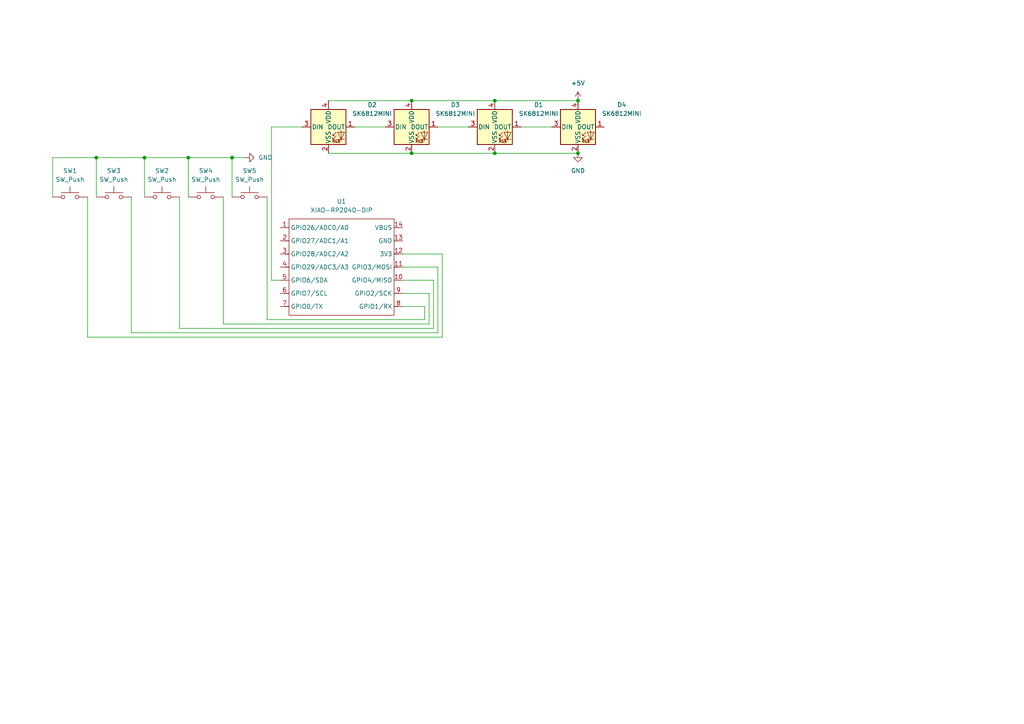
<source format=kicad_sch>
(kicad_sch
	(version 20250114)
	(generator "eeschema")
	(generator_version "9.0")
	(uuid "6bc7fbdc-66e6-4f35-8601-ae924d39ded0")
	(paper "A4")
	(lib_symbols
		(symbol "LED:SK6812MINI"
			(pin_names
				(offset 0.254)
			)
			(exclude_from_sim no)
			(in_bom yes)
			(on_board yes)
			(property "Reference" "D"
				(at 5.08 5.715 0)
				(effects
					(font
						(size 1.27 1.27)
					)
					(justify right bottom)
				)
			)
			(property "Value" "SK6812MINI"
				(at 1.27 -5.715 0)
				(effects
					(font
						(size 1.27 1.27)
					)
					(justify left top)
				)
			)
			(property "Footprint" "LED_SMD:LED_SK6812MINI_PLCC4_3.5x3.5mm_P1.75mm"
				(at 1.27 -7.62 0)
				(effects
					(font
						(size 1.27 1.27)
					)
					(justify left top)
					(hide yes)
				)
			)
			(property "Datasheet" "https://cdn-shop.adafruit.com/product-files/2686/SK6812MINI_REV.01-1-2.pdf"
				(at 2.54 -9.525 0)
				(effects
					(font
						(size 1.27 1.27)
					)
					(justify left top)
					(hide yes)
				)
			)
			(property "Description" "RGB LED with integrated controller"
				(at 0 0 0)
				(effects
					(font
						(size 1.27 1.27)
					)
					(hide yes)
				)
			)
			(property "ki_keywords" "RGB LED NeoPixel Mini addressable"
				(at 0 0 0)
				(effects
					(font
						(size 1.27 1.27)
					)
					(hide yes)
				)
			)
			(property "ki_fp_filters" "LED*SK6812MINI*PLCC*3.5x3.5mm*P1.75mm*"
				(at 0 0 0)
				(effects
					(font
						(size 1.27 1.27)
					)
					(hide yes)
				)
			)
			(symbol "SK6812MINI_0_0"
				(text "RGB"
					(at 2.286 -4.191 0)
					(effects
						(font
							(size 0.762 0.762)
						)
					)
				)
			)
			(symbol "SK6812MINI_0_1"
				(polyline
					(pts
						(xy 1.27 -2.54) (xy 1.778 -2.54)
					)
					(stroke
						(width 0)
						(type default)
					)
					(fill
						(type none)
					)
				)
				(polyline
					(pts
						(xy 1.27 -3.556) (xy 1.778 -3.556)
					)
					(stroke
						(width 0)
						(type default)
					)
					(fill
						(type none)
					)
				)
				(polyline
					(pts
						(xy 2.286 -1.524) (xy 1.27 -2.54) (xy 1.27 -2.032)
					)
					(stroke
						(width 0)
						(type default)
					)
					(fill
						(type none)
					)
				)
				(polyline
					(pts
						(xy 2.286 -2.54) (xy 1.27 -3.556) (xy 1.27 -3.048)
					)
					(stroke
						(width 0)
						(type default)
					)
					(fill
						(type none)
					)
				)
				(polyline
					(pts
						(xy 3.683 -1.016) (xy 3.683 -3.556) (xy 3.683 -4.064)
					)
					(stroke
						(width 0)
						(type default)
					)
					(fill
						(type none)
					)
				)
				(polyline
					(pts
						(xy 4.699 -1.524) (xy 2.667 -1.524) (xy 3.683 -3.556) (xy 4.699 -1.524)
					)
					(stroke
						(width 0)
						(type default)
					)
					(fill
						(type none)
					)
				)
				(polyline
					(pts
						(xy 4.699 -3.556) (xy 2.667 -3.556)
					)
					(stroke
						(width 0)
						(type default)
					)
					(fill
						(type none)
					)
				)
				(rectangle
					(start 5.08 5.08)
					(end -5.08 -5.08)
					(stroke
						(width 0.254)
						(type default)
					)
					(fill
						(type background)
					)
				)
			)
			(symbol "SK6812MINI_1_1"
				(pin input line
					(at -7.62 0 0)
					(length 2.54)
					(name "DIN"
						(effects
							(font
								(size 1.27 1.27)
							)
						)
					)
					(number "3"
						(effects
							(font
								(size 1.27 1.27)
							)
						)
					)
				)
				(pin power_in line
					(at 0 7.62 270)
					(length 2.54)
					(name "VDD"
						(effects
							(font
								(size 1.27 1.27)
							)
						)
					)
					(number "4"
						(effects
							(font
								(size 1.27 1.27)
							)
						)
					)
				)
				(pin power_in line
					(at 0 -7.62 90)
					(length 2.54)
					(name "VSS"
						(effects
							(font
								(size 1.27 1.27)
							)
						)
					)
					(number "2"
						(effects
							(font
								(size 1.27 1.27)
							)
						)
					)
				)
				(pin output line
					(at 7.62 0 180)
					(length 2.54)
					(name "DOUT"
						(effects
							(font
								(size 1.27 1.27)
							)
						)
					)
					(number "1"
						(effects
							(font
								(size 1.27 1.27)
							)
						)
					)
				)
			)
			(embedded_fonts no)
		)
		(symbol "OPL:XIAO-RP2040-DIP"
			(exclude_from_sim no)
			(in_bom yes)
			(on_board yes)
			(property "Reference" "U"
				(at 0 0 0)
				(effects
					(font
						(size 1.27 1.27)
					)
				)
			)
			(property "Value" "XIAO-RP2040-DIP"
				(at 5.334 -1.778 0)
				(effects
					(font
						(size 1.27 1.27)
					)
				)
			)
			(property "Footprint" "Module:MOUDLE14P-XIAO-DIP-SMD"
				(at 14.478 -32.258 0)
				(effects
					(font
						(size 1.27 1.27)
					)
					(hide yes)
				)
			)
			(property "Datasheet" ""
				(at 0 0 0)
				(effects
					(font
						(size 1.27 1.27)
					)
					(hide yes)
				)
			)
			(property "Description" ""
				(at 0 0 0)
				(effects
					(font
						(size 1.27 1.27)
					)
					(hide yes)
				)
			)
			(symbol "XIAO-RP2040-DIP_1_0"
				(polyline
					(pts
						(xy -1.27 -2.54) (xy 29.21 -2.54)
					)
					(stroke
						(width 0.1524)
						(type solid)
					)
					(fill
						(type none)
					)
				)
				(polyline
					(pts
						(xy -1.27 -5.08) (xy -2.54 -5.08)
					)
					(stroke
						(width 0.1524)
						(type solid)
					)
					(fill
						(type none)
					)
				)
				(polyline
					(pts
						(xy -1.27 -5.08) (xy -1.27 -2.54)
					)
					(stroke
						(width 0.1524)
						(type solid)
					)
					(fill
						(type none)
					)
				)
				(polyline
					(pts
						(xy -1.27 -8.89) (xy -2.54 -8.89)
					)
					(stroke
						(width 0.1524)
						(type solid)
					)
					(fill
						(type none)
					)
				)
				(polyline
					(pts
						(xy -1.27 -8.89) (xy -1.27 -5.08)
					)
					(stroke
						(width 0.1524)
						(type solid)
					)
					(fill
						(type none)
					)
				)
				(polyline
					(pts
						(xy -1.27 -12.7) (xy -2.54 -12.7)
					)
					(stroke
						(width 0.1524)
						(type solid)
					)
					(fill
						(type none)
					)
				)
				(polyline
					(pts
						(xy -1.27 -12.7) (xy -1.27 -8.89)
					)
					(stroke
						(width 0.1524)
						(type solid)
					)
					(fill
						(type none)
					)
				)
				(polyline
					(pts
						(xy -1.27 -16.51) (xy -2.54 -16.51)
					)
					(stroke
						(width 0.1524)
						(type solid)
					)
					(fill
						(type none)
					)
				)
				(polyline
					(pts
						(xy -1.27 -16.51) (xy -1.27 -12.7)
					)
					(stroke
						(width 0.1524)
						(type solid)
					)
					(fill
						(type none)
					)
				)
				(polyline
					(pts
						(xy -1.27 -20.32) (xy -2.54 -20.32)
					)
					(stroke
						(width 0.1524)
						(type solid)
					)
					(fill
						(type none)
					)
				)
				(polyline
					(pts
						(xy -1.27 -24.13) (xy -2.54 -24.13)
					)
					(stroke
						(width 0.1524)
						(type solid)
					)
					(fill
						(type none)
					)
				)
				(polyline
					(pts
						(xy -1.27 -27.94) (xy -2.54 -27.94)
					)
					(stroke
						(width 0.1524)
						(type solid)
					)
					(fill
						(type none)
					)
				)
				(polyline
					(pts
						(xy -1.27 -30.48) (xy -1.27 -16.51)
					)
					(stroke
						(width 0.1524)
						(type solid)
					)
					(fill
						(type none)
					)
				)
				(polyline
					(pts
						(xy 29.21 -2.54) (xy 29.21 -5.08)
					)
					(stroke
						(width 0.1524)
						(type solid)
					)
					(fill
						(type none)
					)
				)
				(polyline
					(pts
						(xy 29.21 -5.08) (xy 29.21 -8.89)
					)
					(stroke
						(width 0.1524)
						(type solid)
					)
					(fill
						(type none)
					)
				)
				(polyline
					(pts
						(xy 29.21 -8.89) (xy 29.21 -12.7)
					)
					(stroke
						(width 0.1524)
						(type solid)
					)
					(fill
						(type none)
					)
				)
				(polyline
					(pts
						(xy 29.21 -12.7) (xy 29.21 -30.48)
					)
					(stroke
						(width 0.1524)
						(type solid)
					)
					(fill
						(type none)
					)
				)
				(polyline
					(pts
						(xy 29.21 -30.48) (xy -1.27 -30.48)
					)
					(stroke
						(width 0.1524)
						(type solid)
					)
					(fill
						(type none)
					)
				)
				(polyline
					(pts
						(xy 30.48 -5.08) (xy 29.21 -5.08)
					)
					(stroke
						(width 0.1524)
						(type solid)
					)
					(fill
						(type none)
					)
				)
				(polyline
					(pts
						(xy 30.48 -8.89) (xy 29.21 -8.89)
					)
					(stroke
						(width 0.1524)
						(type solid)
					)
					(fill
						(type none)
					)
				)
				(polyline
					(pts
						(xy 30.48 -12.7) (xy 29.21 -12.7)
					)
					(stroke
						(width 0.1524)
						(type solid)
					)
					(fill
						(type none)
					)
				)
				(polyline
					(pts
						(xy 30.48 -16.51) (xy 29.21 -16.51)
					)
					(stroke
						(width 0.1524)
						(type solid)
					)
					(fill
						(type none)
					)
				)
				(polyline
					(pts
						(xy 30.48 -20.32) (xy 29.21 -20.32)
					)
					(stroke
						(width 0.1524)
						(type solid)
					)
					(fill
						(type none)
					)
				)
				(polyline
					(pts
						(xy 30.48 -24.13) (xy 29.21 -24.13)
					)
					(stroke
						(width 0.1524)
						(type solid)
					)
					(fill
						(type none)
					)
				)
				(polyline
					(pts
						(xy 30.48 -27.94) (xy 29.21 -27.94)
					)
					(stroke
						(width 0.1524)
						(type solid)
					)
					(fill
						(type none)
					)
				)
				(pin passive line
					(at -3.81 -5.08 0)
					(length 2.54)
					(name "GPIO26/ADC0/A0"
						(effects
							(font
								(size 1.27 1.27)
							)
						)
					)
					(number "1"
						(effects
							(font
								(size 1.27 1.27)
							)
						)
					)
				)
				(pin passive line
					(at -3.81 -8.89 0)
					(length 2.54)
					(name "GPIO27/ADC1/A1"
						(effects
							(font
								(size 1.27 1.27)
							)
						)
					)
					(number "2"
						(effects
							(font
								(size 1.27 1.27)
							)
						)
					)
				)
				(pin passive line
					(at -3.81 -12.7 0)
					(length 2.54)
					(name "GPIO28/ADC2/A2"
						(effects
							(font
								(size 1.27 1.27)
							)
						)
					)
					(number "3"
						(effects
							(font
								(size 1.27 1.27)
							)
						)
					)
				)
				(pin passive line
					(at -3.81 -16.51 0)
					(length 2.54)
					(name "GPIO29/ADC3/A3"
						(effects
							(font
								(size 1.27 1.27)
							)
						)
					)
					(number "4"
						(effects
							(font
								(size 1.27 1.27)
							)
						)
					)
				)
				(pin passive line
					(at -3.81 -20.32 0)
					(length 2.54)
					(name "GPIO6/SDA"
						(effects
							(font
								(size 1.27 1.27)
							)
						)
					)
					(number "5"
						(effects
							(font
								(size 1.27 1.27)
							)
						)
					)
				)
				(pin passive line
					(at -3.81 -24.13 0)
					(length 2.54)
					(name "GPIO7/SCL"
						(effects
							(font
								(size 1.27 1.27)
							)
						)
					)
					(number "6"
						(effects
							(font
								(size 1.27 1.27)
							)
						)
					)
				)
				(pin passive line
					(at -3.81 -27.94 0)
					(length 2.54)
					(name "GPIO0/TX"
						(effects
							(font
								(size 1.27 1.27)
							)
						)
					)
					(number "7"
						(effects
							(font
								(size 1.27 1.27)
							)
						)
					)
				)
				(pin passive line
					(at 31.75 -5.08 180)
					(length 2.54)
					(name "VBUS"
						(effects
							(font
								(size 1.27 1.27)
							)
						)
					)
					(number "14"
						(effects
							(font
								(size 1.27 1.27)
							)
						)
					)
				)
				(pin passive line
					(at 31.75 -8.89 180)
					(length 2.54)
					(name "GND"
						(effects
							(font
								(size 1.27 1.27)
							)
						)
					)
					(number "13"
						(effects
							(font
								(size 1.27 1.27)
							)
						)
					)
				)
				(pin passive line
					(at 31.75 -12.7 180)
					(length 2.54)
					(name "3V3"
						(effects
							(font
								(size 1.27 1.27)
							)
						)
					)
					(number "12"
						(effects
							(font
								(size 1.27 1.27)
							)
						)
					)
				)
				(pin passive line
					(at 31.75 -16.51 180)
					(length 2.54)
					(name "GPIO3/MOSI"
						(effects
							(font
								(size 1.27 1.27)
							)
						)
					)
					(number "11"
						(effects
							(font
								(size 1.27 1.27)
							)
						)
					)
				)
				(pin passive line
					(at 31.75 -20.32 180)
					(length 2.54)
					(name "GPIO4/MISO"
						(effects
							(font
								(size 1.27 1.27)
							)
						)
					)
					(number "10"
						(effects
							(font
								(size 1.27 1.27)
							)
						)
					)
				)
				(pin passive line
					(at 31.75 -24.13 180)
					(length 2.54)
					(name "GPIO2/SCK"
						(effects
							(font
								(size 1.27 1.27)
							)
						)
					)
					(number "9"
						(effects
							(font
								(size 1.27 1.27)
							)
						)
					)
				)
				(pin passive line
					(at 31.75 -27.94 180)
					(length 2.54)
					(name "GPIO1/RX"
						(effects
							(font
								(size 1.27 1.27)
							)
						)
					)
					(number "8"
						(effects
							(font
								(size 1.27 1.27)
							)
						)
					)
				)
			)
			(embedded_fonts no)
		)
		(symbol "Switch:SW_Push"
			(pin_numbers
				(hide yes)
			)
			(pin_names
				(offset 1.016)
				(hide yes)
			)
			(exclude_from_sim no)
			(in_bom yes)
			(on_board yes)
			(property "Reference" "SW"
				(at 1.27 2.54 0)
				(effects
					(font
						(size 1.27 1.27)
					)
					(justify left)
				)
			)
			(property "Value" "SW_Push"
				(at 0 -1.524 0)
				(effects
					(font
						(size 1.27 1.27)
					)
				)
			)
			(property "Footprint" ""
				(at 0 5.08 0)
				(effects
					(font
						(size 1.27 1.27)
					)
					(hide yes)
				)
			)
			(property "Datasheet" "~"
				(at 0 5.08 0)
				(effects
					(font
						(size 1.27 1.27)
					)
					(hide yes)
				)
			)
			(property "Description" "Push button switch, generic, two pins"
				(at 0 0 0)
				(effects
					(font
						(size 1.27 1.27)
					)
					(hide yes)
				)
			)
			(property "ki_keywords" "switch normally-open pushbutton push-button"
				(at 0 0 0)
				(effects
					(font
						(size 1.27 1.27)
					)
					(hide yes)
				)
			)
			(symbol "SW_Push_0_1"
				(circle
					(center -2.032 0)
					(radius 0.508)
					(stroke
						(width 0)
						(type default)
					)
					(fill
						(type none)
					)
				)
				(polyline
					(pts
						(xy 0 1.27) (xy 0 3.048)
					)
					(stroke
						(width 0)
						(type default)
					)
					(fill
						(type none)
					)
				)
				(circle
					(center 2.032 0)
					(radius 0.508)
					(stroke
						(width 0)
						(type default)
					)
					(fill
						(type none)
					)
				)
				(polyline
					(pts
						(xy 2.54 1.27) (xy -2.54 1.27)
					)
					(stroke
						(width 0)
						(type default)
					)
					(fill
						(type none)
					)
				)
				(pin passive line
					(at -5.08 0 0)
					(length 2.54)
					(name "1"
						(effects
							(font
								(size 1.27 1.27)
							)
						)
					)
					(number "1"
						(effects
							(font
								(size 1.27 1.27)
							)
						)
					)
				)
				(pin passive line
					(at 5.08 0 180)
					(length 2.54)
					(name "2"
						(effects
							(font
								(size 1.27 1.27)
							)
						)
					)
					(number "2"
						(effects
							(font
								(size 1.27 1.27)
							)
						)
					)
				)
			)
			(embedded_fonts no)
		)
		(symbol "power:+5V"
			(power)
			(pin_numbers
				(hide yes)
			)
			(pin_names
				(offset 0)
				(hide yes)
			)
			(exclude_from_sim no)
			(in_bom yes)
			(on_board yes)
			(property "Reference" "#PWR"
				(at 0 -3.81 0)
				(effects
					(font
						(size 1.27 1.27)
					)
					(hide yes)
				)
			)
			(property "Value" "+5V"
				(at 0 3.556 0)
				(effects
					(font
						(size 1.27 1.27)
					)
				)
			)
			(property "Footprint" ""
				(at 0 0 0)
				(effects
					(font
						(size 1.27 1.27)
					)
					(hide yes)
				)
			)
			(property "Datasheet" ""
				(at 0 0 0)
				(effects
					(font
						(size 1.27 1.27)
					)
					(hide yes)
				)
			)
			(property "Description" "Power symbol creates a global label with name \"+5V\""
				(at 0 0 0)
				(effects
					(font
						(size 1.27 1.27)
					)
					(hide yes)
				)
			)
			(property "ki_keywords" "global power"
				(at 0 0 0)
				(effects
					(font
						(size 1.27 1.27)
					)
					(hide yes)
				)
			)
			(symbol "+5V_0_1"
				(polyline
					(pts
						(xy -0.762 1.27) (xy 0 2.54)
					)
					(stroke
						(width 0)
						(type default)
					)
					(fill
						(type none)
					)
				)
				(polyline
					(pts
						(xy 0 2.54) (xy 0.762 1.27)
					)
					(stroke
						(width 0)
						(type default)
					)
					(fill
						(type none)
					)
				)
				(polyline
					(pts
						(xy 0 0) (xy 0 2.54)
					)
					(stroke
						(width 0)
						(type default)
					)
					(fill
						(type none)
					)
				)
			)
			(symbol "+5V_1_1"
				(pin power_in line
					(at 0 0 90)
					(length 0)
					(name "~"
						(effects
							(font
								(size 1.27 1.27)
							)
						)
					)
					(number "1"
						(effects
							(font
								(size 1.27 1.27)
							)
						)
					)
				)
			)
			(embedded_fonts no)
		)
		(symbol "power:GND"
			(power)
			(pin_numbers
				(hide yes)
			)
			(pin_names
				(offset 0)
				(hide yes)
			)
			(exclude_from_sim no)
			(in_bom yes)
			(on_board yes)
			(property "Reference" "#PWR"
				(at 0 -6.35 0)
				(effects
					(font
						(size 1.27 1.27)
					)
					(hide yes)
				)
			)
			(property "Value" "GND"
				(at 0 -3.81 0)
				(effects
					(font
						(size 1.27 1.27)
					)
				)
			)
			(property "Footprint" ""
				(at 0 0 0)
				(effects
					(font
						(size 1.27 1.27)
					)
					(hide yes)
				)
			)
			(property "Datasheet" ""
				(at 0 0 0)
				(effects
					(font
						(size 1.27 1.27)
					)
					(hide yes)
				)
			)
			(property "Description" "Power symbol creates a global label with name \"GND\" , ground"
				(at 0 0 0)
				(effects
					(font
						(size 1.27 1.27)
					)
					(hide yes)
				)
			)
			(property "ki_keywords" "global power"
				(at 0 0 0)
				(effects
					(font
						(size 1.27 1.27)
					)
					(hide yes)
				)
			)
			(symbol "GND_0_1"
				(polyline
					(pts
						(xy 0 0) (xy 0 -1.27) (xy 1.27 -1.27) (xy 0 -2.54) (xy -1.27 -1.27) (xy 0 -1.27)
					)
					(stroke
						(width 0)
						(type default)
					)
					(fill
						(type none)
					)
				)
			)
			(symbol "GND_1_1"
				(pin power_in line
					(at 0 0 270)
					(length 0)
					(name "~"
						(effects
							(font
								(size 1.27 1.27)
							)
						)
					)
					(number "1"
						(effects
							(font
								(size 1.27 1.27)
							)
						)
					)
				)
			)
			(embedded_fonts no)
		)
	)
	(junction
		(at 54.61 45.72)
		(diameter 0)
		(color 0 0 0 0)
		(uuid "3ca716aa-c42c-402f-bd93-e7778493393d")
	)
	(junction
		(at 167.64 44.45)
		(diameter 0)
		(color 0 0 0 0)
		(uuid "404ecbc8-b5de-4c99-9522-4b138a284dc1")
	)
	(junction
		(at 119.38 44.45)
		(diameter 0)
		(color 0 0 0 0)
		(uuid "46d6375c-69c6-491c-95cc-41f7956cd5c5")
	)
	(junction
		(at 167.64 29.21)
		(diameter 0)
		(color 0 0 0 0)
		(uuid "4dff36ba-a312-4cd0-8459-c1b8129ec49b")
	)
	(junction
		(at 67.31 45.72)
		(diameter 0)
		(color 0 0 0 0)
		(uuid "72e4d235-881d-4638-95fb-f22996547620")
	)
	(junction
		(at 27.94 45.72)
		(diameter 0)
		(color 0 0 0 0)
		(uuid "84751d15-0c1a-417f-8d50-b27bfa2a605b")
	)
	(junction
		(at 143.51 29.21)
		(diameter 0)
		(color 0 0 0 0)
		(uuid "9c3fa526-5f48-4c59-98ea-e997ecb67ad0")
	)
	(junction
		(at 41.91 45.72)
		(diameter 0)
		(color 0 0 0 0)
		(uuid "ace077fb-ff5c-4039-b4f6-a380cda4edd1")
	)
	(junction
		(at 143.51 44.45)
		(diameter 0)
		(color 0 0 0 0)
		(uuid "d806ba72-07a2-4a11-82a2-677c463fe97d")
	)
	(junction
		(at 119.38 29.21)
		(diameter 0)
		(color 0 0 0 0)
		(uuid "fac8f42d-da0b-418d-8111-7925ead59e84")
	)
	(wire
		(pts
			(xy 87.63 36.83) (xy 78.74 36.83)
		)
		(stroke
			(width 0)
			(type default)
		)
		(uuid "081fbe60-82de-46ed-b7cc-0ad80158b372")
	)
	(wire
		(pts
			(xy 124.46 85.09) (xy 116.84 85.09)
		)
		(stroke
			(width 0)
			(type default)
		)
		(uuid "0ba28cb0-7910-440d-b873-24568c397a52")
	)
	(wire
		(pts
			(xy 54.61 45.72) (xy 67.31 45.72)
		)
		(stroke
			(width 0)
			(type default)
		)
		(uuid "13c42f53-cc1b-460e-b39c-dda43b2cd713")
	)
	(wire
		(pts
			(xy 27.94 45.72) (xy 41.91 45.72)
		)
		(stroke
			(width 0)
			(type default)
		)
		(uuid "1cd44f8b-68c7-4242-84f9-09dddacecbb4")
	)
	(wire
		(pts
			(xy 123.19 88.9) (xy 116.84 88.9)
		)
		(stroke
			(width 0)
			(type default)
		)
		(uuid "302ef01f-bd52-4af9-833d-a8041dd0dee6")
	)
	(wire
		(pts
			(xy 15.24 57.15) (xy 15.24 45.72)
		)
		(stroke
			(width 0)
			(type default)
		)
		(uuid "338d0d8e-71be-4748-8098-458c189d1215")
	)
	(wire
		(pts
			(xy 78.74 36.83) (xy 78.74 81.28)
		)
		(stroke
			(width 0)
			(type default)
		)
		(uuid "3bbeee1e-2a95-4421-98fa-f70488d33688")
	)
	(wire
		(pts
			(xy 95.25 29.21) (xy 119.38 29.21)
		)
		(stroke
			(width 0)
			(type default)
		)
		(uuid "3f0a78e8-6944-4002-924e-9a1efb2e21cd")
	)
	(wire
		(pts
			(xy 64.77 57.15) (xy 64.77 93.98)
		)
		(stroke
			(width 0)
			(type default)
		)
		(uuid "4923b369-c4de-42d2-9b8a-b3a6fbd17ae8")
	)
	(wire
		(pts
			(xy 25.4 57.15) (xy 25.4 97.79)
		)
		(stroke
			(width 0)
			(type default)
		)
		(uuid "556ce785-dc2d-43fa-b71e-c914d7e37011")
	)
	(wire
		(pts
			(xy 78.74 81.28) (xy 81.28 81.28)
		)
		(stroke
			(width 0)
			(type default)
		)
		(uuid "62dfffd2-ceb3-465a-ae02-547aa5341713")
	)
	(wire
		(pts
			(xy 52.07 95.25) (xy 125.73 95.25)
		)
		(stroke
			(width 0)
			(type default)
		)
		(uuid "6667484e-e409-472e-b5fd-9a229239a8b3")
	)
	(wire
		(pts
			(xy 143.51 44.45) (xy 167.64 44.45)
		)
		(stroke
			(width 0)
			(type default)
		)
		(uuid "75b8f6ec-09d2-4e22-94e2-dcb974f7653a")
	)
	(wire
		(pts
			(xy 123.19 92.71) (xy 123.19 88.9)
		)
		(stroke
			(width 0)
			(type default)
		)
		(uuid "76da02f3-c73f-4eaf-8f22-5fde8b00ee75")
	)
	(wire
		(pts
			(xy 25.4 97.79) (xy 128.27 97.79)
		)
		(stroke
			(width 0)
			(type default)
		)
		(uuid "7f905adc-57de-41f5-b653-4ef214f5bd0b")
	)
	(wire
		(pts
			(xy 127 36.83) (xy 135.89 36.83)
		)
		(stroke
			(width 0)
			(type default)
		)
		(uuid "89636877-9650-4b11-bf5a-5131e62bbceb")
	)
	(wire
		(pts
			(xy 67.31 45.72) (xy 71.12 45.72)
		)
		(stroke
			(width 0)
			(type default)
		)
		(uuid "89a469bf-9a1c-4c44-a26a-7fa7ac83ab3b")
	)
	(wire
		(pts
			(xy 41.91 45.72) (xy 54.61 45.72)
		)
		(stroke
			(width 0)
			(type default)
		)
		(uuid "94dd7036-2c8f-458f-8a3d-776062f21630")
	)
	(wire
		(pts
			(xy 102.87 36.83) (xy 111.76 36.83)
		)
		(stroke
			(width 0)
			(type default)
		)
		(uuid "98792654-4a09-4112-897e-6a0e1405a2d5")
	)
	(wire
		(pts
			(xy 151.13 36.83) (xy 160.02 36.83)
		)
		(stroke
			(width 0)
			(type default)
		)
		(uuid "9dc86667-761c-488a-8703-6c76e2a45796")
	)
	(wire
		(pts
			(xy 95.25 44.45) (xy 119.38 44.45)
		)
		(stroke
			(width 0)
			(type default)
		)
		(uuid "9f2b8f46-bac0-4c29-a03d-1d8472504bd6")
	)
	(wire
		(pts
			(xy 77.47 92.71) (xy 123.19 92.71)
		)
		(stroke
			(width 0)
			(type default)
		)
		(uuid "9f473948-30c4-4856-afc1-14732f4e2236")
	)
	(wire
		(pts
			(xy 143.51 29.21) (xy 167.64 29.21)
		)
		(stroke
			(width 0)
			(type default)
		)
		(uuid "a08b9929-127d-480f-a9e6-69a0f8952966")
	)
	(wire
		(pts
			(xy 38.1 96.52) (xy 127 96.52)
		)
		(stroke
			(width 0)
			(type default)
		)
		(uuid "a0f0b3b0-24e7-41c1-847a-6c3bc95892c4")
	)
	(wire
		(pts
			(xy 125.73 81.28) (xy 116.84 81.28)
		)
		(stroke
			(width 0)
			(type default)
		)
		(uuid "b7951142-475f-4c8e-b8c0-9ef54c4069bb")
	)
	(wire
		(pts
			(xy 124.46 93.98) (xy 124.46 85.09)
		)
		(stroke
			(width 0)
			(type default)
		)
		(uuid "b83204dd-0118-48d7-954f-e7ed4e3da6a8")
	)
	(wire
		(pts
			(xy 52.07 57.15) (xy 52.07 95.25)
		)
		(stroke
			(width 0)
			(type default)
		)
		(uuid "ba831680-9091-4d07-9d41-4d8b8eaf8a42")
	)
	(wire
		(pts
			(xy 125.73 95.25) (xy 125.73 81.28)
		)
		(stroke
			(width 0)
			(type default)
		)
		(uuid "bb2179be-466c-4dd0-a6be-fb9563351f51")
	)
	(wire
		(pts
			(xy 67.31 45.72) (xy 67.31 57.15)
		)
		(stroke
			(width 0)
			(type default)
		)
		(uuid "bcfd0b74-a6b9-4d4e-8790-d105a4fa9397")
	)
	(wire
		(pts
			(xy 27.94 57.15) (xy 27.94 45.72)
		)
		(stroke
			(width 0)
			(type default)
		)
		(uuid "bd22d8b6-8476-4bdb-99e6-d12f31e2a93f")
	)
	(wire
		(pts
			(xy 128.27 97.79) (xy 128.27 73.66)
		)
		(stroke
			(width 0)
			(type default)
		)
		(uuid "be9a18a2-50cd-47f5-8405-2e6187d960cb")
	)
	(wire
		(pts
			(xy 64.77 93.98) (xy 124.46 93.98)
		)
		(stroke
			(width 0)
			(type default)
		)
		(uuid "c5ce59d2-d784-43f1-ae9b-d82b0324d574")
	)
	(wire
		(pts
			(xy 119.38 29.21) (xy 143.51 29.21)
		)
		(stroke
			(width 0)
			(type default)
		)
		(uuid "cec6b8e5-971a-4ddb-8aad-347fe9770e42")
	)
	(wire
		(pts
			(xy 127 77.47) (xy 116.84 77.47)
		)
		(stroke
			(width 0)
			(type default)
		)
		(uuid "d6d26e80-003c-46fb-adb4-558a65ddc92f")
	)
	(wire
		(pts
			(xy 77.47 57.15) (xy 77.47 92.71)
		)
		(stroke
			(width 0)
			(type default)
		)
		(uuid "d716efa5-e109-4379-93ce-35c8d024fc20")
	)
	(wire
		(pts
			(xy 38.1 57.15) (xy 38.1 96.52)
		)
		(stroke
			(width 0)
			(type default)
		)
		(uuid "d752dd89-d7fd-44ad-a323-e05a50747df1")
	)
	(wire
		(pts
			(xy 41.91 45.72) (xy 41.91 57.15)
		)
		(stroke
			(width 0)
			(type default)
		)
		(uuid "dd82b33e-0964-47f0-b5e8-6a884025a564")
	)
	(wire
		(pts
			(xy 54.61 45.72) (xy 54.61 57.15)
		)
		(stroke
			(width 0)
			(type default)
		)
		(uuid "e19a9678-1893-4db9-98cd-c2d0a520e881")
	)
	(wire
		(pts
			(xy 127 96.52) (xy 127 77.47)
		)
		(stroke
			(width 0)
			(type default)
		)
		(uuid "ea8a6949-b127-43a6-860a-4408ae0c7120")
	)
	(wire
		(pts
			(xy 119.38 44.45) (xy 143.51 44.45)
		)
		(stroke
			(width 0)
			(type default)
		)
		(uuid "edf19629-3a71-4f92-82d6-c237a361d961")
	)
	(wire
		(pts
			(xy 15.24 45.72) (xy 27.94 45.72)
		)
		(stroke
			(width 0)
			(type default)
		)
		(uuid "f6369d28-0be2-4411-8558-266115416d2f")
	)
	(wire
		(pts
			(xy 128.27 73.66) (xy 116.84 73.66)
		)
		(stroke
			(width 0)
			(type default)
		)
		(uuid "f7e2e778-3560-4d19-aa7f-c4c84c78b2e8")
	)
	(symbol
		(lib_id "LED:SK6812MINI")
		(at 143.51 36.83 0)
		(unit 1)
		(exclude_from_sim no)
		(in_bom yes)
		(on_board yes)
		(dnp no)
		(fields_autoplaced yes)
		(uuid "0831c73b-bd66-42a6-a5e5-2e701a2aa8b7")
		(property "Reference" "D1"
			(at 156.21 30.4098 0)
			(effects
				(font
					(size 1.27 1.27)
				)
			)
		)
		(property "Value" "SK6812MINI"
			(at 156.21 32.9498 0)
			(effects
				(font
					(size 1.27 1.27)
				)
			)
		)
		(property "Footprint" "LED_SMD:LED_SK6812MINI_PLCC4_3.5x3.5mm_P1.75mm"
			(at 144.78 44.45 0)
			(effects
				(font
					(size 1.27 1.27)
				)
				(justify left top)
				(hide yes)
			)
		)
		(property "Datasheet" "https://cdn-shop.adafruit.com/product-files/2686/SK6812MINI_REV.01-1-2.pdf"
			(at 146.05 46.355 0)
			(effects
				(font
					(size 1.27 1.27)
				)
				(justify left top)
				(hide yes)
			)
		)
		(property "Description" "RGB LED with integrated controller"
			(at 143.51 36.83 0)
			(effects
				(font
					(size 1.27 1.27)
				)
				(hide yes)
			)
		)
		(pin "1"
			(uuid "e2530e61-a4a0-4372-a645-8616d22aa505")
		)
		(pin "2"
			(uuid "a217086b-9ed3-4204-ad94-2e96f55fec2e")
		)
		(pin "3"
			(uuid "9e421baa-1da2-403f-8e07-e0ce708cc729")
		)
		(pin "4"
			(uuid "f1c1206d-5f81-4f39-8969-2e0c922c29e5")
		)
		(instances
			(project ""
				(path "/6bc7fbdc-66e6-4f35-8601-ae924d39ded0"
					(reference "D1")
					(unit 1)
				)
			)
		)
	)
	(symbol
		(lib_id "power:GND")
		(at 167.64 44.45 0)
		(unit 1)
		(exclude_from_sim no)
		(in_bom yes)
		(on_board yes)
		(dnp no)
		(fields_autoplaced yes)
		(uuid "0941a688-090b-4852-b763-36bf890b0e59")
		(property "Reference" "#PWR04"
			(at 167.64 50.8 0)
			(effects
				(font
					(size 1.27 1.27)
				)
				(hide yes)
			)
		)
		(property "Value" "GND"
			(at 167.64 49.53 0)
			(effects
				(font
					(size 1.27 1.27)
				)
			)
		)
		(property "Footprint" ""
			(at 167.64 44.45 0)
			(effects
				(font
					(size 1.27 1.27)
				)
				(hide yes)
			)
		)
		(property "Datasheet" ""
			(at 167.64 44.45 0)
			(effects
				(font
					(size 1.27 1.27)
				)
				(hide yes)
			)
		)
		(property "Description" "Power symbol creates a global label with name \"GND\" , ground"
			(at 167.64 44.45 0)
			(effects
				(font
					(size 1.27 1.27)
				)
				(hide yes)
			)
		)
		(pin "1"
			(uuid "c327bf55-0d53-410b-b5b1-02afc945516e")
		)
		(instances
			(project ""
				(path "/6bc7fbdc-66e6-4f35-8601-ae924d39ded0"
					(reference "#PWR04")
					(unit 1)
				)
			)
		)
	)
	(symbol
		(lib_id "Switch:SW_Push")
		(at 59.69 57.15 0)
		(unit 1)
		(exclude_from_sim no)
		(in_bom yes)
		(on_board yes)
		(dnp no)
		(fields_autoplaced yes)
		(uuid "2f0d28a1-2598-48bd-84ae-c7285f843876")
		(property "Reference" "SW4"
			(at 59.69 49.53 0)
			(effects
				(font
					(size 1.27 1.27)
				)
			)
		)
		(property "Value" "SW_Push"
			(at 59.69 52.07 0)
			(effects
				(font
					(size 1.27 1.27)
				)
			)
		)
		(property "Footprint" "Button_Switch_Keyboard:SW_Cherry_MX_1.00u_PCB"
			(at 59.69 52.07 0)
			(effects
				(font
					(size 1.27 1.27)
				)
				(hide yes)
			)
		)
		(property "Datasheet" "~"
			(at 59.69 52.07 0)
			(effects
				(font
					(size 1.27 1.27)
				)
				(hide yes)
			)
		)
		(property "Description" "Push button switch, generic, two pins"
			(at 59.69 57.15 0)
			(effects
				(font
					(size 1.27 1.27)
				)
				(hide yes)
			)
		)
		(pin "1"
			(uuid "c376af2c-522c-48a5-b47a-f0ae4e99ee91")
		)
		(pin "2"
			(uuid "434852fe-c62e-41f1-ab01-86f9718b1a54")
		)
		(instances
			(project ""
				(path "/6bc7fbdc-66e6-4f35-8601-ae924d39ded0"
					(reference "SW4")
					(unit 1)
				)
			)
		)
	)
	(symbol
		(lib_id "Switch:SW_Push")
		(at 20.32 57.15 0)
		(unit 1)
		(exclude_from_sim no)
		(in_bom yes)
		(on_board yes)
		(dnp no)
		(fields_autoplaced yes)
		(uuid "3e096cab-0177-4908-b274-c1eb417833a6")
		(property "Reference" "SW1"
			(at 20.32 49.53 0)
			(effects
				(font
					(size 1.27 1.27)
				)
			)
		)
		(property "Value" "SW_Push"
			(at 20.32 52.07 0)
			(effects
				(font
					(size 1.27 1.27)
				)
			)
		)
		(property "Footprint" "Button_Switch_Keyboard:SW_Cherry_MX_1.00u_PCB"
			(at 20.32 52.07 0)
			(effects
				(font
					(size 1.27 1.27)
				)
				(hide yes)
			)
		)
		(property "Datasheet" "~"
			(at 20.32 52.07 0)
			(effects
				(font
					(size 1.27 1.27)
				)
				(hide yes)
			)
		)
		(property "Description" "Push button switch, generic, two pins"
			(at 20.32 57.15 0)
			(effects
				(font
					(size 1.27 1.27)
				)
				(hide yes)
			)
		)
		(pin "1"
			(uuid "c387f476-fb3c-4ca7-ab97-e7dbc7c1dfe7")
		)
		(pin "2"
			(uuid "3d8a1de7-5f7b-40d5-bf2e-913d99cead45")
		)
		(instances
			(project ""
				(path "/6bc7fbdc-66e6-4f35-8601-ae924d39ded0"
					(reference "SW1")
					(unit 1)
				)
			)
		)
	)
	(symbol
		(lib_id "OPL:XIAO-RP2040-DIP")
		(at 85.09 60.96 0)
		(unit 1)
		(exclude_from_sim no)
		(in_bom yes)
		(on_board yes)
		(dnp no)
		(fields_autoplaced yes)
		(uuid "41545db7-49c1-4bfe-8e74-775c11397af5")
		(property "Reference" "U1"
			(at 99.06 58.42 0)
			(effects
				(font
					(size 1.27 1.27)
				)
			)
		)
		(property "Value" "XIAO-RP2040-DIP"
			(at 99.06 60.96 0)
			(effects
				(font
					(size 1.27 1.27)
				)
			)
		)
		(property "Footprint" "OPL FOOTPRINT:XIAO-RP2040-DIP"
			(at 99.568 93.218 0)
			(effects
				(font
					(size 1.27 1.27)
				)
				(hide yes)
			)
		)
		(property "Datasheet" ""
			(at 85.09 60.96 0)
			(effects
				(font
					(size 1.27 1.27)
				)
				(hide yes)
			)
		)
		(property "Description" ""
			(at 85.09 60.96 0)
			(effects
				(font
					(size 1.27 1.27)
				)
				(hide yes)
			)
		)
		(pin "4"
			(uuid "837f936b-2b22-422f-b093-9e510579be1c")
		)
		(pin "6"
			(uuid "d7eeecd8-87fb-4a7e-b236-27f315b02ce1")
		)
		(pin "11"
			(uuid "ea349416-75a9-40fc-a237-784d6a60a1ea")
		)
		(pin "10"
			(uuid "8f4f350d-b3cf-4967-8f13-9b62a20ff356")
		)
		(pin "7"
			(uuid "ce79b5ae-2589-45c0-913d-6cf0f10df731")
		)
		(pin "14"
			(uuid "057df55f-f630-4ff7-b5ed-d8d161e5c9b6")
		)
		(pin "1"
			(uuid "09e9dd15-f35b-426a-a80c-229985e9a55d")
		)
		(pin "13"
			(uuid "14bd0a9d-d73b-47b9-bda7-14e7c37bb0f3")
		)
		(pin "12"
			(uuid "4f97382a-48d1-4c7c-b6ee-21de362d23f9")
		)
		(pin "8"
			(uuid "37581915-4489-47a3-9b58-0320a1600454")
		)
		(pin "2"
			(uuid "bcd7ec8b-f76f-4f31-9c56-5dd133906f6b")
		)
		(pin "5"
			(uuid "0a49aacb-38bf-4171-9319-bb35c9a73173")
		)
		(pin "9"
			(uuid "1f9f5a43-2e6a-47ce-915c-72b2c89b95b7")
		)
		(pin "3"
			(uuid "f4fdc343-c898-4127-acc2-d4c88bfbe5f2")
		)
		(instances
			(project ""
				(path "/6bc7fbdc-66e6-4f35-8601-ae924d39ded0"
					(reference "U1")
					(unit 1)
				)
			)
		)
	)
	(symbol
		(lib_id "Switch:SW_Push")
		(at 33.02 57.15 0)
		(unit 1)
		(exclude_from_sim no)
		(in_bom yes)
		(on_board yes)
		(dnp no)
		(fields_autoplaced yes)
		(uuid "4b06575d-2d97-4b61-ba7d-4ecfd75b13ee")
		(property "Reference" "SW3"
			(at 33.02 49.53 0)
			(effects
				(font
					(size 1.27 1.27)
				)
			)
		)
		(property "Value" "SW_Push"
			(at 33.02 52.07 0)
			(effects
				(font
					(size 1.27 1.27)
				)
			)
		)
		(property "Footprint" "Button_Switch_Keyboard:SW_Cherry_MX_1.00u_PCB"
			(at 33.02 52.07 0)
			(effects
				(font
					(size 1.27 1.27)
				)
				(hide yes)
			)
		)
		(property "Datasheet" "~"
			(at 33.02 52.07 0)
			(effects
				(font
					(size 1.27 1.27)
				)
				(hide yes)
			)
		)
		(property "Description" "Push button switch, generic, two pins"
			(at 33.02 57.15 0)
			(effects
				(font
					(size 1.27 1.27)
				)
				(hide yes)
			)
		)
		(pin "2"
			(uuid "394c93d0-4191-4273-9e83-c7f8b5aa32a3")
		)
		(pin "1"
			(uuid "dbb28f32-0a3d-48a9-b2dc-9f12152a2c74")
		)
		(instances
			(project ""
				(path "/6bc7fbdc-66e6-4f35-8601-ae924d39ded0"
					(reference "SW3")
					(unit 1)
				)
			)
		)
	)
	(symbol
		(lib_id "Switch:SW_Push")
		(at 72.39 57.15 0)
		(unit 1)
		(exclude_from_sim no)
		(in_bom yes)
		(on_board yes)
		(dnp no)
		(fields_autoplaced yes)
		(uuid "6464a52c-16b7-4671-80a7-4ea5b703f1d6")
		(property "Reference" "SW5"
			(at 72.39 49.53 0)
			(effects
				(font
					(size 1.27 1.27)
				)
			)
		)
		(property "Value" "SW_Push"
			(at 72.39 52.07 0)
			(effects
				(font
					(size 1.27 1.27)
				)
			)
		)
		(property "Footprint" "Button_Switch_Keyboard:SW_Cherry_MX_1.00u_PCB"
			(at 72.39 52.07 0)
			(effects
				(font
					(size 1.27 1.27)
				)
				(hide yes)
			)
		)
		(property "Datasheet" "~"
			(at 72.39 52.07 0)
			(effects
				(font
					(size 1.27 1.27)
				)
				(hide yes)
			)
		)
		(property "Description" "Push button switch, generic, two pins"
			(at 72.39 57.15 0)
			(effects
				(font
					(size 1.27 1.27)
				)
				(hide yes)
			)
		)
		(pin "1"
			(uuid "7dcf56f2-c440-4322-bd32-96a381bd16d8")
		)
		(pin "2"
			(uuid "82451e29-3d8a-415f-b946-2e1ffc0de3d3")
		)
		(instances
			(project ""
				(path "/6bc7fbdc-66e6-4f35-8601-ae924d39ded0"
					(reference "SW5")
					(unit 1)
				)
			)
		)
	)
	(symbol
		(lib_id "power:+5V")
		(at 167.64 29.21 0)
		(unit 1)
		(exclude_from_sim no)
		(in_bom yes)
		(on_board yes)
		(dnp no)
		(fields_autoplaced yes)
		(uuid "67698719-3256-44e8-9a9e-2a18d464e52d")
		(property "Reference" "#PWR05"
			(at 167.64 33.02 0)
			(effects
				(font
					(size 1.27 1.27)
				)
				(hide yes)
			)
		)
		(property "Value" "+5V"
			(at 167.64 24.13 0)
			(effects
				(font
					(size 1.27 1.27)
				)
			)
		)
		(property "Footprint" ""
			(at 167.64 29.21 0)
			(effects
				(font
					(size 1.27 1.27)
				)
				(hide yes)
			)
		)
		(property "Datasheet" ""
			(at 167.64 29.21 0)
			(effects
				(font
					(size 1.27 1.27)
				)
				(hide yes)
			)
		)
		(property "Description" "Power symbol creates a global label with name \"+5V\""
			(at 167.64 29.21 0)
			(effects
				(font
					(size 1.27 1.27)
				)
				(hide yes)
			)
		)
		(pin "1"
			(uuid "922e84f4-90eb-437b-a649-e12dfe238bbd")
		)
		(instances
			(project ""
				(path "/6bc7fbdc-66e6-4f35-8601-ae924d39ded0"
					(reference "#PWR05")
					(unit 1)
				)
			)
		)
	)
	(symbol
		(lib_id "LED:SK6812MINI")
		(at 167.64 36.83 0)
		(unit 1)
		(exclude_from_sim no)
		(in_bom yes)
		(on_board yes)
		(dnp no)
		(fields_autoplaced yes)
		(uuid "a99991b4-b93d-45a0-ade2-79d771082d46")
		(property "Reference" "D4"
			(at 180.34 30.4098 0)
			(effects
				(font
					(size 1.27 1.27)
				)
			)
		)
		(property "Value" "SK6812MINI"
			(at 180.34 32.9498 0)
			(effects
				(font
					(size 1.27 1.27)
				)
			)
		)
		(property "Footprint" "LED_SMD:LED_SK6812MINI_PLCC4_3.5x3.5mm_P1.75mm"
			(at 168.91 44.45 0)
			(effects
				(font
					(size 1.27 1.27)
				)
				(justify left top)
				(hide yes)
			)
		)
		(property "Datasheet" "https://cdn-shop.adafruit.com/product-files/2686/SK6812MINI_REV.01-1-2.pdf"
			(at 170.18 46.355 0)
			(effects
				(font
					(size 1.27 1.27)
				)
				(justify left top)
				(hide yes)
			)
		)
		(property "Description" "RGB LED with integrated controller"
			(at 167.64 36.83 0)
			(effects
				(font
					(size 1.27 1.27)
				)
				(hide yes)
			)
		)
		(pin "2"
			(uuid "75b200d3-92e1-49be-bab0-55ef6705df65")
		)
		(pin "1"
			(uuid "22c15e45-c510-4f57-8c12-7ab4a420d36f")
		)
		(pin "4"
			(uuid "a26c8a19-8f77-4068-92f6-20fa80c9b32c")
		)
		(pin "3"
			(uuid "ad44f5c7-ce8b-468d-855e-cc523bfaef57")
		)
		(instances
			(project ""
				(path "/6bc7fbdc-66e6-4f35-8601-ae924d39ded0"
					(reference "D4")
					(unit 1)
				)
			)
		)
	)
	(symbol
		(lib_id "power:GND")
		(at 71.12 45.72 90)
		(unit 1)
		(exclude_from_sim no)
		(in_bom yes)
		(on_board yes)
		(dnp no)
		(fields_autoplaced yes)
		(uuid "ac09dab2-f9b4-43a8-b0d7-e9004048f370")
		(property "Reference" "#PWR01"
			(at 77.47 45.72 0)
			(effects
				(font
					(size 1.27 1.27)
				)
				(hide yes)
			)
		)
		(property "Value" "GND"
			(at 74.93 45.7199 90)
			(effects
				(font
					(size 1.27 1.27)
				)
				(justify right)
			)
		)
		(property "Footprint" ""
			(at 71.12 45.72 0)
			(effects
				(font
					(size 1.27 1.27)
				)
				(hide yes)
			)
		)
		(property "Datasheet" ""
			(at 71.12 45.72 0)
			(effects
				(font
					(size 1.27 1.27)
				)
				(hide yes)
			)
		)
		(property "Description" "Power symbol creates a global label with name \"GND\" , ground"
			(at 71.12 45.72 0)
			(effects
				(font
					(size 1.27 1.27)
				)
				(hide yes)
			)
		)
		(pin "1"
			(uuid "f90a507d-ff9c-423e-91b9-12201f076553")
		)
		(instances
			(project ""
				(path "/6bc7fbdc-66e6-4f35-8601-ae924d39ded0"
					(reference "#PWR01")
					(unit 1)
				)
			)
		)
	)
	(symbol
		(lib_id "Switch:SW_Push")
		(at 46.99 57.15 0)
		(unit 1)
		(exclude_from_sim no)
		(in_bom yes)
		(on_board yes)
		(dnp no)
		(fields_autoplaced yes)
		(uuid "bb533352-b886-47dd-a14d-dfad0cb07033")
		(property "Reference" "SW2"
			(at 46.99 49.53 0)
			(effects
				(font
					(size 1.27 1.27)
				)
			)
		)
		(property "Value" "SW_Push"
			(at 46.99 52.07 0)
			(effects
				(font
					(size 1.27 1.27)
				)
			)
		)
		(property "Footprint" "Button_Switch_Keyboard:SW_Cherry_MX_1.00u_PCB"
			(at 46.99 52.07 0)
			(effects
				(font
					(size 1.27 1.27)
				)
				(hide yes)
			)
		)
		(property "Datasheet" "~"
			(at 46.99 52.07 0)
			(effects
				(font
					(size 1.27 1.27)
				)
				(hide yes)
			)
		)
		(property "Description" "Push button switch, generic, two pins"
			(at 46.99 57.15 0)
			(effects
				(font
					(size 1.27 1.27)
				)
				(hide yes)
			)
		)
		(pin "1"
			(uuid "a7877bc8-7bc4-4c1c-96ab-5cf694623004")
		)
		(pin "2"
			(uuid "1fae7fee-dcfe-450b-9969-1b33b47fc676")
		)
		(instances
			(project ""
				(path "/6bc7fbdc-66e6-4f35-8601-ae924d39ded0"
					(reference "SW2")
					(unit 1)
				)
			)
		)
	)
	(symbol
		(lib_id "LED:SK6812MINI")
		(at 119.38 36.83 0)
		(unit 1)
		(exclude_from_sim no)
		(in_bom yes)
		(on_board yes)
		(dnp no)
		(fields_autoplaced yes)
		(uuid "c5af5ec8-302a-4fea-ac83-67df3d1f78a0")
		(property "Reference" "D3"
			(at 132.08 30.4098 0)
			(effects
				(font
					(size 1.27 1.27)
				)
			)
		)
		(property "Value" "SK6812MINI"
			(at 132.08 32.9498 0)
			(effects
				(font
					(size 1.27 1.27)
				)
			)
		)
		(property "Footprint" "LED_SMD:LED_SK6812MINI_PLCC4_3.5x3.5mm_P1.75mm"
			(at 120.65 44.45 0)
			(effects
				(font
					(size 1.27 1.27)
				)
				(justify left top)
				(hide yes)
			)
		)
		(property "Datasheet" "https://cdn-shop.adafruit.com/product-files/2686/SK6812MINI_REV.01-1-2.pdf"
			(at 121.92 46.355 0)
			(effects
				(font
					(size 1.27 1.27)
				)
				(justify left top)
				(hide yes)
			)
		)
		(property "Description" "RGB LED with integrated controller"
			(at 119.38 36.83 0)
			(effects
				(font
					(size 1.27 1.27)
				)
				(hide yes)
			)
		)
		(pin "1"
			(uuid "59378f16-0256-422f-bef4-4f79c9fa34eb")
		)
		(pin "3"
			(uuid "04c6ce3a-2864-4fde-a2d8-f8df1936ac1f")
		)
		(pin "4"
			(uuid "8b064684-a062-4d7f-9f3f-b770a3d8824f")
		)
		(pin "2"
			(uuid "9f90dc96-c94e-4d6f-8133-c4872174d4a9")
		)
		(instances
			(project ""
				(path "/6bc7fbdc-66e6-4f35-8601-ae924d39ded0"
					(reference "D3")
					(unit 1)
				)
			)
		)
	)
	(symbol
		(lib_id "LED:SK6812MINI")
		(at 95.25 36.83 0)
		(unit 1)
		(exclude_from_sim no)
		(in_bom yes)
		(on_board yes)
		(dnp no)
		(fields_autoplaced yes)
		(uuid "e411289d-1494-4db4-ba47-eeb79caff50e")
		(property "Reference" "D2"
			(at 107.95 30.4098 0)
			(effects
				(font
					(size 1.27 1.27)
				)
			)
		)
		(property "Value" "SK6812MINI"
			(at 107.95 32.9498 0)
			(effects
				(font
					(size 1.27 1.27)
				)
			)
		)
		(property "Footprint" "LED_SMD:LED_SK6812MINI_PLCC4_3.5x3.5mm_P1.75mm"
			(at 96.52 44.45 0)
			(effects
				(font
					(size 1.27 1.27)
				)
				(justify left top)
				(hide yes)
			)
		)
		(property "Datasheet" "https://cdn-shop.adafruit.com/product-files/2686/SK6812MINI_REV.01-1-2.pdf"
			(at 97.79 46.355 0)
			(effects
				(font
					(size 1.27 1.27)
				)
				(justify left top)
				(hide yes)
			)
		)
		(property "Description" "RGB LED with integrated controller"
			(at 95.25 36.83 0)
			(effects
				(font
					(size 1.27 1.27)
				)
				(hide yes)
			)
		)
		(pin "3"
			(uuid "edbecdd8-0a7b-4141-a87e-b7c961cd212d")
		)
		(pin "4"
			(uuid "9937b4c8-2054-4c15-93ff-cf2cc265431a")
		)
		(pin "2"
			(uuid "a7ade511-09b8-4ed0-b8ef-25106e2f2bad")
		)
		(pin "1"
			(uuid "5f455850-48af-4713-9f86-aaac7b1b26ec")
		)
		(instances
			(project ""
				(path "/6bc7fbdc-66e6-4f35-8601-ae924d39ded0"
					(reference "D2")
					(unit 1)
				)
			)
		)
	)
	(sheet_instances
		(path "/"
			(page "1")
		)
	)
	(embedded_fonts no)
)

</source>
